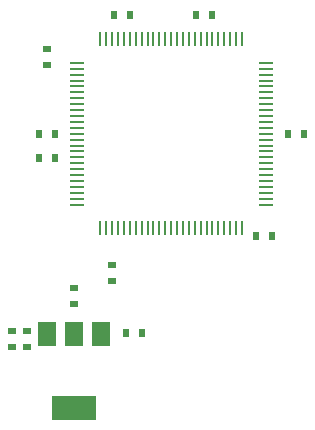
<source format=gbp>
G04 Layer_Color=128*
%FSLAX44Y44*%
%MOMM*%
G71*
G01*
G75*
%ADD10R,0.8000X0.6000*%
%ADD25R,0.6000X0.8000*%
%ADD26R,1.1998X0.2498*%
%ADD27R,0.2498X1.1998*%
%ADD28R,3.8100X2.0066*%
%ADD29R,1.4986X2.0066*%
D10*
X34290Y69596D02*
D03*
Y83058D02*
D03*
X46990Y69596D02*
D03*
Y83058D02*
D03*
X86360Y119888D02*
D03*
Y106426D02*
D03*
X63500Y308102D02*
D03*
Y321564D02*
D03*
X118750Y138858D02*
D03*
Y125396D02*
D03*
D25*
X144018Y81280D02*
D03*
X130556D02*
D03*
X189992Y350520D02*
D03*
X203454D02*
D03*
X281178Y250190D02*
D03*
X267716D02*
D03*
X254508Y163830D02*
D03*
X241046D02*
D03*
X56642Y229870D02*
D03*
X70104D02*
D03*
X120142Y350520D02*
D03*
X133604D02*
D03*
X56642Y250190D02*
D03*
X70104D02*
D03*
D26*
X248851Y310200D02*
D03*
Y305201D02*
D03*
Y300200D02*
D03*
Y295201D02*
D03*
Y290200D02*
D03*
Y285201D02*
D03*
Y280200D02*
D03*
Y275201D02*
D03*
Y270200D02*
D03*
Y265201D02*
D03*
Y260200D02*
D03*
Y255201D02*
D03*
Y250200D02*
D03*
Y245199D02*
D03*
Y240200D02*
D03*
Y235199D02*
D03*
Y230200D02*
D03*
Y225199D02*
D03*
Y220200D02*
D03*
Y215199D02*
D03*
Y210200D02*
D03*
Y205199D02*
D03*
Y200200D02*
D03*
Y195199D02*
D03*
Y190200D02*
D03*
X88849D02*
D03*
Y195199D02*
D03*
Y200200D02*
D03*
Y205199D02*
D03*
Y210200D02*
D03*
Y215199D02*
D03*
Y220200D02*
D03*
Y225199D02*
D03*
Y230200D02*
D03*
Y235199D02*
D03*
Y240200D02*
D03*
Y245199D02*
D03*
Y250200D02*
D03*
Y255201D02*
D03*
Y260200D02*
D03*
Y265201D02*
D03*
Y270200D02*
D03*
Y275201D02*
D03*
Y280200D02*
D03*
Y285201D02*
D03*
Y290200D02*
D03*
Y295201D02*
D03*
Y300200D02*
D03*
Y305201D02*
D03*
Y310200D02*
D03*
D27*
X228850Y170199D02*
D03*
X223851D02*
D03*
X218850D02*
D03*
X213851D02*
D03*
X208850D02*
D03*
X203851D02*
D03*
X198850D02*
D03*
X193851D02*
D03*
X188850D02*
D03*
X183851D02*
D03*
X178850D02*
D03*
X173852D02*
D03*
X168850D02*
D03*
X163850D02*
D03*
X158850D02*
D03*
X153849D02*
D03*
X148850D02*
D03*
X143849D02*
D03*
X138850D02*
D03*
X133849D02*
D03*
X128850D02*
D03*
X123849D02*
D03*
X118850D02*
D03*
X113849D02*
D03*
X108850D02*
D03*
Y330201D02*
D03*
X113849D02*
D03*
X118850D02*
D03*
X123849D02*
D03*
X128850D02*
D03*
X133849D02*
D03*
X138850D02*
D03*
X143849D02*
D03*
X148850D02*
D03*
X153849D02*
D03*
X158850D02*
D03*
X163850D02*
D03*
X168850D02*
D03*
X173852D02*
D03*
X178850D02*
D03*
X183851D02*
D03*
X188850D02*
D03*
X193851D02*
D03*
X198850D02*
D03*
X203851D02*
D03*
X208850D02*
D03*
X213851D02*
D03*
X218850D02*
D03*
X223851D02*
D03*
X228850D02*
D03*
D28*
X86360Y18034D02*
D03*
D29*
X109474Y81026D02*
D03*
X86614D02*
D03*
X63754D02*
D03*
M02*

</source>
